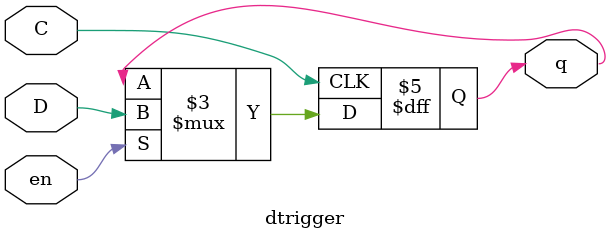
<source format=v>
`timescale 1ns / 1ps
module dtrigger(
    input wire C,
    input wire D,
    input wire en,
    output reg q
);
    initial begin
        q<=0;
    end
    
    always @(posedge C) begin
        if(en) begin
            q <= D;
        end
    end
endmodule 

</source>
